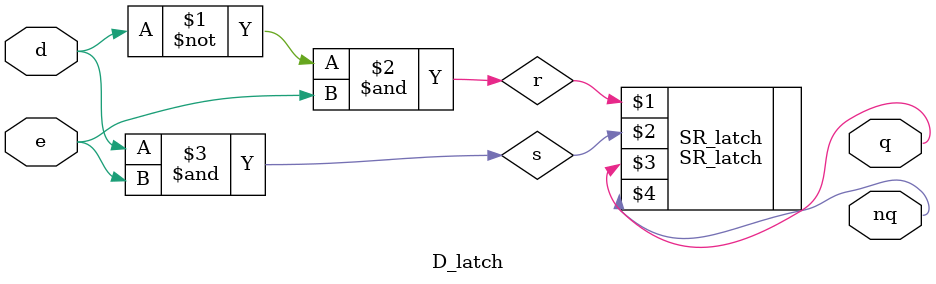
<source format=v>
module D_latch(
	input wire d, input wire e,
	output wire q, output wire nq
);
	wire r;
	wire s;
	assign r = ~d&e;
	assign s = d&e;
	SR_latch SR_latch(r, s, q, nq);
endmodule

</source>
